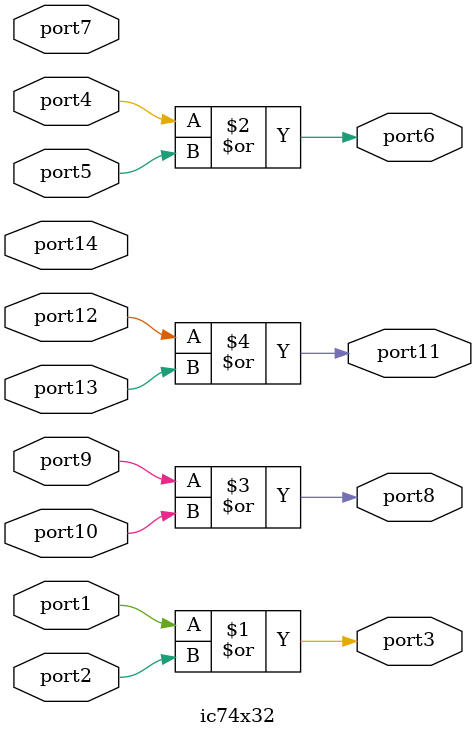
<source format=v>
module ic74x32(
input wire port1,
input wire port2,
output wire port3,
input wire port4,
input wire port5,
output wire port6,
input wire port7,
output wire port8,
input wire port9,
input wire port10,
output wire port11,
input wire port12,
input wire port13,
input wire port14
);

assign port3 = port1 | port2;
assign port6 = port4 | port5;
assign port8 = port9 | port10;
assign port11 = port12 | port13;

endmodule
</source>
